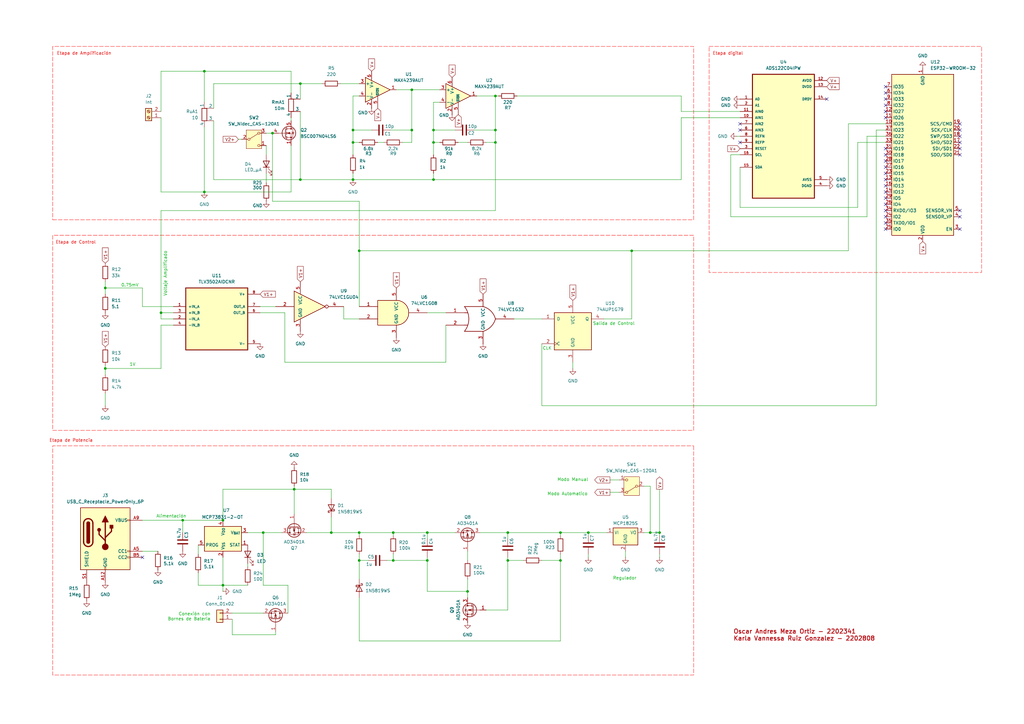
<source format=kicad_sch>
(kicad_sch (version 20250114) (generator "eeschema") (generator_version "9.0")
  (paper "A3")
  (title_block (title "Medidor de Corriente "))
  (lib_symbols
    (symbol "74xGxx:74AUP1G79" (pin_names (offset 1.016))
      (property "Reference" "U" (at -2.54 5.08 0))
      (property "Value" "74AUP1G79" (at 0 -5.08 0))
      (symbol "74AUP1G79_1_1"
        (pin input line (at -12.7 5.08 0) (length 5.08) (name "D") (number "1"))
        (pin input clock (at -12.7 -5.08 0) (length 5.08) (name "C") (number "2"))
        (pin power_in line (at 0 12.7 270) (length 5.08) (name "VCC") (number "5"))
        (pin power_in line (at 0 -12.7 90) (length 5.08) (name "GND") (number "3"))
        (pin output line (at 12.7 5.08 180) (length 5.08) (name "Q") (number "4"))
      )
    )
    (symbol "74xGxx:74LVC1G08"
      (property "Reference" "U" (at -5.08 7.62 0))
      (property "Value" "74LVC1G08" (at 7.62 -7.62 0))
      (symbol "74LVC1G08_1_1"
        (pin input line (at -15.24 2.54 0) (length 7.62) (name "~") (number "1"))
        (pin input line (at -15.24 -2.54 0) (length 7.62) (name "~") (number "2"))
        (pin power_in line (at 0 10.16 270) (length 5.08) (name "VCC") (number "5"))
        (pin power_in line (at 0 -10.16 90) (length 5.08) (name "GND") (number "3"))
        (pin output line (at 12.7 0 180) (length 7.62) (name "~") (number "4"))
      )
    )
    (symbol "74xGxx:74LVC1G32"
      (property "Reference" "U" (at -5.08 7.62 0))
      (property "Value" "74LVC1G32" (at 7.62 -7.62 0))
      (symbol "74LVC1G32_1_1"
        (pin input line (at -15.24 2.54 0) (length 7.62) (name "~") (number "1"))
        (pin input line (at -15.24 -2.54 0) (length 7.62) (name "~") (number "2"))
        (pin power_in line (at 0 10.16 270) (length 5.08) (name "VCC") (number "5"))
        (pin power_in line (at 0 -10.16 90) (length 5.08) (name "GND") (number "3"))
        (pin output line (at 12.7 0 180) (length 7.62) (name "~") (number "4"))
      )
    )
    (symbol "74xGxx:74LVC1GU04"
      (property "Reference" "U" (at -2.54 3.81 0))
      (property "Value" "74LVC1GU04" (at 0 -3.81 0))
      (symbol "74LVC1GU04_1_1"
        (pin input line (at -15.24 0 0) (length 7.62) (name "~") (number "2"))
        (pin power_in line (at -5.08 10.16 270) (length 5.08) (name "VCC") (number "5"))
        (pin power_in line (at -5.08 -10.16 90) (length 5.08) (name "GND") (number "3"))
        (pin output inverted (at 12.7 0 180) (length 7.62) (name "~") (number "4"))
      )
    )
    (symbol "ADS122C04IPW:ADS122C04IPW" (pin_names (offset 1.016))
      (property "Reference" "U" (at -12.7 26.4 0))
      (property "Value" "ADS122C04IPW" (at -12.7 -29.4 0))
      (symbol "ADS122C04IPW_0_0"
        (pin input line (at -17.78 15.24 0) (length 5.08) (name "A0") (number "1"))
        (pin input line (at -17.78 12.7 0) (length 5.08) (name "A1") (number "2"))
        (pin input line (at -17.78 10.16 0) (length 5.08) (name "AIN0") (number "11"))
        (pin input line (at -17.78 7.62 0) (length 5.08) (name "AIN1") (number "10"))
        (pin input line (at -17.78 5.08 0) (length 5.08) (name "AIN2") (number "7"))
        (pin input line (at -17.78 2.54 0) (length 5.08) (name "AIN3") (number "6"))
        (pin input line (at -17.78 0 0) (length 5.08) (name "REFN") (number "8"))
        (pin input line (at -17.78 -2.54 0) (length 5.08) (name "REFP") (number "9"))
        (pin input line (at -17.78 -5.08 0) (length 5.08) (name "RESET") (number "3"))
        (pin input line (at -17.78 -7.62 0) (length 5.08) (name "SCL") (number "16"))
        (pin bidirectional line (at -17.78 -12.7 0) (length 5.08) (name "SDA") (number "15"))
        (pin power_in line (at 17.78 22.86 180) (length 5.08) (name "AVDD") (number "12"))
        (pin power_in line (at 17.78 20.32 180) (length 5.08) (name "DVDD") (number "13"))
        (pin output line (at 17.78 15.24 180) (length 5.08) (name "DRDY") (number "14"))
        (pin power_in line (at 17.78 -17.78 180) (length 5.08) (name "AVSS") (number "5"))
        (pin power_in line (at 17.78 -20.32 180) (length 5.08) (name "DGND") (number "4"))
      )
    )
    (symbol "Amplifier_Operational:MAX4239AUT" (pin_names (offset 0.127))
      (property "Reference" "U" (at 0 6.35 0))
      (property "Value" "MAX4239AUT" (at 0 3.81 0))
      (symbol "MAX4239AUT_1_1"
        (pin input line (at -7.62 2.54 0) (length 2.54) (name "+") (number "3"))
        (pin input line (at -7.62 -2.54 0) (length 2.54) (name "-") (number "4"))
        (pin power_in line (at -2.54 7.62 270) (length 3.81) (name "V+") (number "6"))
        (pin power_in line (at -2.54 -7.62 90) (length 3.81) (name "V-") (number "2"))
        (pin input line (at 0 -7.62 90) (length 5.08) (name "~{SHDN}") (number "5"))
        (pin output line (at 7.62 0 180) (length 2.54) (name "~") (number "1"))
      )
    )
    (symbol "Battery_Management:MCP73831-2-OT"
      (property "Reference" "U" (at -7.62 6.35 0))
      (property "Value" "MCP73831-2-OT" (at 1.27 6.35 0))
      (symbol "MCP73831-2-OT_1_1"
        (pin input line (at -10.16 -2.54 0) (length 2.54) (name "PROG") (number "5"))
        (pin power_in line (at 0 7.62 270) (length 2.54) (name "V_{DD}") (number "4"))
        (pin power_in line (at 0 -7.62 90) (length 2.54) (name "V_{SS}") (number "2"))
        (pin power_out line (at 10.16 2.54 180) (length 2.54) (name "V_{BAT}") (number "3"))
        (pin tri_state line (at 10.16 -2.54 180) (length 2.54) (name "STAT") (number "1"))
      )
    )
    (symbol "Connector:Screw_Terminal_01x02" (pin_names (offset 1.016) (hide yes))
      (property "Reference" "J" (at 0 2.54 0))
      (property "Value" "Screw_Terminal_01x02" (at 0 -5.08 0))
      (symbol "Screw_Terminal_01x02_1_1"
        (pin passive line (at -5.08 0 0) (length 3.81) (name "Pin_1") (number "1"))
        (pin passive line (at -5.08 -2.54 0) (length 3.81) (name "Pin_2") (number "2"))
      )
    )
    (symbol "Connector:USB_C_Receptacle_PowerOnly_6P" (pin_names (offset 1.016))
      (property "Reference" "J" (at 0 16.51 0))
      (property "Value" "USB_C_Receptacle_PowerOnly_6P" (at 0 13.97 0))
      (symbol "USB_C_Receptacle_PowerOnly_6P_1_1"
        (pin passive line (at -7.62 -17.78 90) (length 5.08) (name "SHIELD") (number "S1"))
        (pin passive line (at 0 -17.78 90) (length 5.08) (name "GND") (number "A12"))
        (pin passive line (at 0 -17.78 90) (length 5.08) (hide yes) (name "GND") (number "B12"))
        (pin passive line (at 15.24 7.62 180) (length 5.08) (name "VBUS") (number "A9"))
        (pin passive line (at 15.24 7.62 180) (length 5.08) (hide yes) (name "VBUS") (number "B9"))
        (pin bidirectional line (at 15.24 -5.08 180) (length 5.08) (name "CC1") (number "A5"))
        (pin bidirectional line (at 15.24 -7.62 180) (length 5.08) (name "CC2") (number "B5"))
      )
    )
    (symbol "Connector_Generic:Conn_01x02" (pin_names (offset 1.016) (hide yes))
      (property "Reference" "J" (at 0 2.54 0))
      (property "Value" "Conn_01x02" (at 0 -5.08 0))
      (symbol "Conn_01x02_1_1"
        (pin passive line (at -5.08 0 0) (length 3.81) (name "Pin_1") (number "1"))
        (pin passive line (at -5.08 -2.54 0) (length 3.81) (name "Pin_2") (number "2"))
      )
    )
    (symbol "Device:C" (pin_numbers (hide yes)) (pin_names (offset 0.254))
      (property "Reference" "C" (at 0.635 2.54 0))
      (property "Value" "C" (at 0.635 -2.54 0))
      (symbol "C_1_1"
        (pin passive line (at 0 3.81 270) (length 2.794) (name "~") (number "1"))
        (pin passive line (at 0 -3.81 90) (length 2.794) (name "~") (number "2"))
      )
    )
    (symbol "Device:LED" (pin_numbers (hide yes)) (pin_names (offset 1.016) (hide yes))
      (property "Reference" "D" (at 0 2.54 0))
      (property "Value" "LED" (at 0 -2.54 0))
      (symbol "LED_1_1"
        (pin passive line (at -3.81 0 0) (length 2.54) (name "K") (number "1"))
        (pin passive line (at 3.81 0 180) (length 2.54) (name "A") (number "2"))
      )
    )
    (symbol "Device:R" (pin_numbers (hide yes)) (pin_names (offset 0))
      (property "Reference" "R" (at 2.032 0 90))
      (property "Value" "R" (at 0 0 90))
      (symbol "R_1_1"
        (pin passive line (at 0 3.81 270) (length 1.27) (name "~") (number "1"))
        (pin passive line (at 0 -3.81 90) (length 1.27) (name "~") (number "2"))
      )
    )
    (symbol "Device:R_Shunt" (pin_numbers (hide yes)) (pin_names (offset 0))
      (property "Reference" "R" (at -4.445 0 90))
      (property "Value" "R_Shunt" (at -2.54 0 90))
      (symbol "R_Shunt_1_1"
        (pin passive line (at 0 5.08 270) (length 2.54) (name "1") (number "1"))
        (pin passive line (at 0 -5.08 90) (length 2.54) (name "4") (number "4"))
        (pin passive line (at 3.81 2.54 180) (length 2.54) (name "2") (number "2"))
        (pin passive line (at 3.81 -2.54 180) (length 2.54) (name "3") (number "3"))
      )
    )
    (symbol "Diode:1N5819WS" (pin_numbers (hide yes)) (pin_names (offset 1.016) (hide yes))
      (property "Reference" "D" (at 0 2.54 0))
      (property "Value" "1N5819WS" (at 0 -2.54 0))
      (symbol "1N5819WS_1_1"
        (pin passive line (at -3.81 0 0) (length 2.54) (name "K") (number "1"))
        (pin passive line (at 3.81 0 180) (length 2.54) (name "A") (number "2"))
      )
    )
    (symbol "RF_Module:ESP32-WROOM-32"
      (property "Reference" "U" (at -12.7 34.29 0))
      (property "Value" "ESP32-WROOM-32" (at 1.27 34.29 0))
      (symbol "ESP32-WROOM-32_1_1"
        (pin input line (at -15.24 30.48 0) (length 2.54) (name "EN") (number "3"))
        (pin input line (at -15.24 25.4 0) (length 2.54) (name "SENSOR_VP") (number "4"))
        (pin input line (at -15.24 22.86 0) (length 2.54) (name "SENSOR_VN") (number "5"))
        (pin bidirectional line (at -15.24 0 0) (length 2.54) (name "SDO/SD0") (number "21"))
        (pin bidirectional line (at -15.24 -2.54 0) (length 2.54) (name "SDI/SD1") (number "22"))
        (pin bidirectional line (at -15.24 -5.08 0) (length 2.54) (name "SHD/SD2") (number "17"))
        (pin bidirectional line (at -15.24 -7.62 0) (length 2.54) (name "SWP/SD3") (number "18"))
        (pin bidirectional line (at -15.24 -10.16 0) (length 2.54) (name "SCK/CLK") (number "20"))
        (pin bidirectional line (at -15.24 -12.7 0) (length 2.54) (name "SCS/CMD") (number "19"))
        (pin no_connect line (at -12.7 -27.94 0) (length 2.54) (hide yes) (name "NC") (number "32"))
        (pin power_in line (at 0 35.56 270) (length 2.54) (name "VDD") (number "2"))
        (pin power_in line (at 0 -35.56 90) (length 2.54) (name "GND") (number "1"))
        (pin passive line (at 0 -35.56 90) (length 2.54) (hide yes) (name "GND") (number "15"))
        (pin passive line (at 0 -35.56 90) (length 2.54) (hide yes) (name "GND") (number "38"))
        (pin passive line (at 0 -35.56 90) (length 2.54) (hide yes) (name "GND") (number "39"))
        (pin bidirectional line (at 15.24 30.48 180) (length 2.54) (name "IO0") (number "25"))
        (pin bidirectional line (at 15.24 27.94 180) (length 2.54) (name "TXD0/IO1") (number "35"))
        (pin bidirectional line (at 15.24 25.4 180) (length 2.54) (name "IO2") (number "24"))
        (pin bidirectional line (at 15.24 22.86 180) (length 2.54) (name "RXD0/IO3") (number "34"))
        (pin bidirectional line (at 15.24 20.32 180) (length 2.54) (name "IO4") (number "26"))
        (pin bidirectional line (at 15.24 17.78 180) (length 2.54) (name "IO5") (number "29"))
        (pin bidirectional line (at 15.24 15.24 180) (length 2.54) (name "IO12") (number "14"))
        (pin bidirectional line (at 15.24 12.7 180) (length 2.54) (name "IO13") (number "16"))
        (pin bidirectional line (at 15.24 10.16 180) (length 2.54) (name "IO14") (number "13"))
        (pin bidirectional line (at 15.24 7.62 180) (length 2.54) (name "IO15") (number "23"))
        (pin bidirectional line (at 15.24 5.08 180) (length 2.54) (name "IO16") (number "27"))
        (pin bidirectional line (at 15.24 2.54 180) (length 2.54) (name "IO17") (number "28"))
        (pin bidirectional line (at 15.24 0 180) (length 2.54) (name "IO18") (number "30"))
        (pin bidirectional line (at 15.24 -2.54 180) (length 2.54) (name "IO19") (number "31"))
        (pin bidirectional line (at 15.24 -5.08 180) (length 2.54) (name "IO21") (number "33"))
        (pin bidirectional line (at 15.24 -7.62 180) (length 2.54) (name "IO22") (number "36"))
        (pin bidirectional line (at 15.24 -10.16 180) (length 2.54) (name "IO23") (number "37"))
        (pin bidirectional line (at 15.24 -12.7 180) (length 2.54) (name "IO25") (number "10"))
        (pin bidirectional line (at 15.24 -15.24 180) (length 2.54) (name "IO26") (number "11"))
        (pin bidirectional line (at 15.24 -17.78 180) (length 2.54) (name "IO27") (number "12"))
        (pin bidirectional line (at 15.24 -20.32 180) (length 2.54) (name "IO32") (number "8"))
        (pin bidirectional line (at 15.24 -22.86 180) (length 2.54) (name "IO33") (number "9"))
        (pin input line (at 15.24 -25.4 180) (length 2.54) (name "IO34") (number "6"))
        (pin input line (at 15.24 -27.94 180) (length 2.54) (name "IO35") (number "7"))
      )
    )
    (symbol "Regulator_Linear:MCP1825S"
      (property "Reference" "U" (at -3.81 3.175 0))
      (property "Value" "MCP1825S" (at 0 3.175 0))
      (symbol "MCP1825S_1_1"
        (pin power_in line (at -7.62 0 0) (length 2.54) (name "VI") (number "1"))
        (pin power_in line (at 0 -7.62 90) (length 2.54) (name "GND") (number "2"))
        (pin power_out line (at 7.62 0 180) (length 2.54) (name "VO") (number "3"))
      )
    )
    (symbol "Switch:SW_Nidec_CAS-120A1" (pin_names (offset 1) (hide yes))
      (property "Reference" "SW" (at 0 4.318 0))
      (property "Value" "SW_Nidec_CAS-120A1" (at 0 -5.08 0))
      (symbol "SW_Nidec_CAS-120A1_1_1"
        (pin passive line (at -5.08 0 0) (length 2.54) (name "B") (number "2"))
        (pin passive line (at 5.08 2.54 180) (length 2.54) (name "A") (number "3"))
        (pin passive line (at 5.08 -2.54 180) (length 2.54) (name "C") (number "1"))
      )
    )
    (symbol "TLV3502AIDCNR:TLV3502AIDCNR" (pin_names (offset 1.016))
      (property "Reference" "U" (at -12.7 13.7 0))
      (property "Value" "TLV3502AIDCNR" (at -12.7 -16.7 0))
      (symbol "TLV3502AIDCNR_0_0"
        (pin input line (at -17.78 5.08 0) (length 5.08) (name "+IN_A") (number "1"))
        (pin input line (at -17.78 2.54 0) (length 5.08) (name "+IN_B") (number "3"))
        (pin input line (at -17.78 0 0) (length 5.08) (name "-IN_A") (number "2"))
        (pin input line (at -17.78 -2.54 0) (length 5.08) (name "-IN_B") (number "4"))
        (pin power_in line (at 17.78 10.16 180) (length 5.08) (name "V+") (number "8"))
        (pin output line (at 17.78 5.08 180) (length 5.08) (name "OUT_A") (number "7"))
        (pin output line (at 17.78 2.54 180) (length 5.08) (name "OUT_B") (number "6"))
        (pin power_in line (at 17.78 -10.16 180) (length 5.08) (name "V-") (number "5"))
      )
    )
    (symbol "Transistor_FET:AO3401A" (pin_names (hide yes))
      (property "Reference" "Q" (at 5.08 1.905 0))
      (property "Value" "AO3401A" (at 5.08 0 0))
      (symbol "AO3401A_1_1"
        (pin input line (at -5.08 0 0) (length 2.54) (name "G") (number "1"))
        (pin passive line (at 2.54 5.08 270) (length 2.54) (name "D") (number "3"))
        (pin passive line (at 2.54 -5.08 90) (length 2.54) (name "S") (number "2"))
      )
    )
    (symbol "Transistor_FET:BSC026N08NS5" (pin_names (hide yes))
      (property "Reference" "Q" (at 5.08 1.905 0))
      (property "Value" "BSC026N08NS5" (at 5.08 0 0))
      (symbol "BSC026N08NS5_1_1"
        (pin passive line (at -5.08 0 0) (length 2.54) (name "G") (number "4"))
        (pin passive line (at 2.54 5.08 270) (length 2.54) (name "D") (number "5"))
        (pin passive line (at 2.54 -5.08 90) (length 2.54) (name "S") (number "1"))
        (pin passive line (at 2.54 -5.08 90) (length 2.54) (hide yes) (name "S") (number "2"))
        (pin passive line (at 2.54 -5.08 90) (length 2.54) (hide yes) (name "S") (number "3"))
      )
    )
    (symbol "power:GND" (power) (pin_numbers (hide yes)) (pin_names (offset 0) (hide yes))
      (property "Value" "GND" (at 0 -3.81 0))
      (symbol "GND_1_1"
        (pin power_in line (at 0 0 270) (length 0) (name "~") (number "1"))
      )
    )
  )
  (text "Regulador\n" (at 261.112 237.236 0) (effects (font (size 1.27 1.27)) (justify right)))
  (text "0.75mV" (at 56.896 117.094 0) (effects (font (size 1.27 1.27)) (justify right)))
  (text "1V" (at 55.626 149.606 0) (effects (font (size 1.27 1.27)) (justify right)))
  (text "Salida de Control\n" (at 260.35 132.842 0) (effects (font (size 1.27 1.27)) (justify right)))
  (text "Alimentación\n" (at 76.454 211.836 0) (effects (font (size 1.27 1.27)) (justify right)))
  (text "Modo Manual" (at 241.3 196.85 0) (effects (font (size 1.27 1.27)) (justify right)))
  (text "Oscar Andres Meza Ortiz - 2202341\nKarla Vannessa Ruiz Gonzalez - 2202808" (at 300.736 260.604 0) (effects (font (size 1.778 1.778) (thickness 0.3048) (bold yes)) (justify left)))
  (text "Modo Automatico" (at 241.046 202.692 0) (effects (font (size 1.27 1.27)) (justify right)))
  (text "Conexión con\nBornes de Bateria" (at 86.36 252.984 0) (effects (font (size 1.27 1.27)) (justify right)))
  (text "Voltaje Amplificado" (at 67.818 121.666 90) (effects (font (size 1.27 1.27)) (justify left)))
  (text "CLK" (at 226.314 143.002 0) (effects (font (size 1.27 1.27)) (justify right)))
  (junction (at 161.29 218.44))
  (junction (at 144.78 73.66))
  (junction (at 175.26 218.44))
  (junction (at 203.2 39.37))
  (junction (at 177.8 58.42))
  (junction (at 175.26 229.87))
  (junction (at 161.29 229.87))
  (junction (at 135.89 218.44))
  (junction (at 74.93 213.36))
  (junction (at 203.2 58.42))
  (junction (at 123.19 73.66))
  (junction (at 147.32 229.87))
  (junction (at 66.04 128.27))
  (junction (at 147.32 218.44))
  (junction (at 91.44 240.03))
  (junction (at 147.32 102.87))
  (junction (at 168.91 36.83))
  (junction (at 144.78 53.34))
  (junction (at 177.8 73.66))
  (junction (at 229.87 218.44))
  (junction (at 107.95 218.44))
  (junction (at 241.3 218.44))
  (junction (at 83.82 29.21))
  (junction (at 43.18 118.11))
  (junction (at 203.2 53.34))
  (junction (at 111.76 54.61))
  (junction (at 144.78 58.42))
  (junction (at 43.18 151.13))
  (junction (at 259.08 102.87))
  (junction (at 270.51 218.44))
  (junction (at 229.87 229.87))
  (junction (at 91.44 213.36))
  (junction (at 208.28 218.44))
  (junction (at 123.19 34.29))
  (junction (at 177.8 53.34))
  (junction (at 120.65 200.66))
  (junction (at 83.82 78.74))
  (junction (at 168.91 53.34))
  (junction (at 191.77 242.57))
  (junction (at 266.7 218.44))
  (junction (at 208.28 229.87))
  (no_connect (at 363.22 40.64))
  (no_connect (at 363.22 91.44))
  (no_connect (at 393.7 93.98))
  (no_connect (at 393.7 53.34))
  (no_connect (at 393.7 60.96))
  (no_connect (at 393.7 63.5))
  (no_connect (at 363.22 81.28))
  (no_connect (at 393.7 58.42))
  (no_connect (at 363.22 78.74))
  (no_connect (at 393.7 88.9))
  (no_connect (at 363.22 45.72))
  (no_connect (at 393.7 50.8))
  (no_connect (at 363.22 83.82))
  (no_connect (at 363.22 88.9))
  (no_connect (at 363.22 38.1))
  (no_connect (at 363.22 86.36))
  (no_connect (at 363.22 66.04))
  (no_connect (at 303.53 58.42))
  (no_connect (at 393.7 86.36))
  (no_connect (at 303.53 53.34))
  (no_connect (at 393.7 55.88))
  (no_connect (at 363.22 43.18))
  (no_connect (at 363.22 68.58))
  (no_connect (at 363.22 60.96))
  (no_connect (at 363.22 35.56))
  (no_connect (at 339.09 40.64))
  (no_connect (at 363.22 63.5))
  (no_connect (at 363.22 76.2))
  (no_connect (at 363.22 93.98))
  (no_connect (at 58.42 228.6))
  (no_connect (at 363.22 48.26))
  (no_connect (at 303.53 50.8))
  (no_connect (at 363.22 73.66))
  (no_connect (at 363.22 71.12))
  (wire (pts (xy 259.08 102.87) (xy 259.08 130.81)))
  (wire (pts (xy 87.63 44.45) (xy 87.63 34.29)))
  (wire (pts (xy 270.51 228.6) (xy 270.51 227.33)))
  (wire (pts (xy 91.44 200.66) (xy 91.44 213.36)))
  (wire (pts (xy 147.32 227.33) (xy 147.32 229.87)))
  (wire (pts (xy 351.79 58.42) (xy 363.22 58.42)))
  (wire (pts (xy 91.44 200.66) (xy 120.65 200.66)))
  (wire (pts (xy 264.16 199.39) (xy 266.7 199.39)))
  (wire (pts (xy 113.03 260.35) (xy 113.03 259.08)))
  (wire (pts (xy 210.82 130.81) (xy 222.25 130.81)))
  (wire (pts (xy 199.39 58.42) (xy 203.2 58.42)))
  (wire (pts (xy 161.29 218.44) (xy 175.26 218.44)))
  (wire (pts (xy 222.25 140.97) (xy 222.25 166.37)))
  (wire (pts (xy 66.04 151.13) (xy 43.18 151.13)))
  (wire (pts (xy 66.04 29.21) (xy 83.82 29.21)))
  (wire (pts (xy 254 201.93) (xy 250.19 201.93)))
  (wire (pts (xy 175.26 229.87) (xy 175.26 228.6)))
  (wire (pts (xy 203.2 58.42) (xy 203.2 86.36)))
  (wire (pts (xy 66.04 48.26) (xy 66.04 78.74)))
  (wire (pts (xy 250.19 196.85) (xy 254 196.85)))
  (wire (pts (xy 118.11 240.03) (xy 107.95 240.03)))
  (wire (pts (xy 87.63 49.53) (xy 87.63 73.66)))
  (wire (pts (xy 355.6 55.88) (xy 363.22 55.88)))
  (wire (pts (xy 234.95 148.59) (xy 234.95 151.13)))
  (wire (pts (xy 158.75 229.87) (xy 161.29 229.87)))
  (wire (pts (xy 109.22 71.12) (xy 109.22 74.93)))
  (wire (pts (xy 208.28 250.19) (xy 208.28 229.87)))
  (wire (pts (xy 194.31 53.34) (xy 203.2 53.34)))
  (wire (pts (xy 91.44 228.6) (xy 91.44 240.03)))
  (wire (pts (xy 101.6 231.14) (xy 101.6 232.41)))
  (wire (pts (xy 95.25 251.46) (xy 107.95 251.46)))
  (wire (pts (xy 302.26 55.88) (xy 303.53 55.88)))
  (wire (pts (xy 135.89 218.44) (xy 135.89 212.09)))
  (wire (pts (xy 135.89 218.44) (xy 147.32 218.44)))
  (wire (pts (xy 241.3 227.33) (xy 241.3 228.6)))
  (wire (pts (xy 87.63 73.66) (xy 123.19 73.66)))
  (wire (pts (xy 177.8 53.34) (xy 177.8 58.42)))
  (wire (pts (xy 111.76 82.55) (xy 147.32 82.55)))
  (wire (pts (xy 43.18 149.86) (xy 43.18 151.13)))
  (wire (pts (xy 299.72 88.9) (xy 355.6 88.9)))
  (wire (pts (xy 229.87 229.87) (xy 229.87 262.89)))
  (wire (pts (xy 119.38 29.21) (xy 119.38 38.1)))
  (wire (pts (xy 161.29 219.71) (xy 161.29 218.44)))
  (wire (pts (xy 43.18 118.11) (xy 43.18 120.65)))
  (wire (pts (xy 81.28 234.95) (xy 81.28 240.03)))
  (wire (pts (xy 147.32 219.71) (xy 147.32 218.44)))
  (wire (pts (xy 66.04 86.36) (xy 203.2 86.36)))
  (wire (pts (xy 83.82 29.21) (xy 83.82 41.91)))
  (wire (pts (xy 279.4 39.37) (xy 212.09 39.37)))
  (wire (pts (xy 351.79 85.09) (xy 351.79 58.42)))
  (wire (pts (xy 147.32 245.11) (xy 147.32 262.89)))
  (wire (pts (xy 91.44 240.03) (xy 101.6 240.03)))
  (wire (pts (xy 175.26 128.27) (xy 182.88 128.27)))
  (wire (pts (xy 229.87 219.71) (xy 229.87 218.44)))
  (wire (pts (xy 116.84 128.27) (xy 116.84 148.59)))
  (wire (pts (xy 144.78 58.42) (xy 147.32 58.42)))
  (wire (pts (xy 109.22 59.69) (xy 109.22 63.5)))
  (wire (pts (xy 175.26 229.87) (xy 175.26 242.57)))
  (wire (pts (xy 91.44 242.57) (xy 91.44 240.03)))
  (wire (pts (xy 140.97 130.81) (xy 147.32 130.81)))
  (wire (pts (xy 229.87 227.33) (xy 229.87 229.87)))
  (wire (pts (xy 99.06 57.15) (xy 97.79 57.15)))
  (wire (pts (xy 359.41 53.34) (xy 363.22 53.34)))
  (wire (pts (xy 116.84 148.59) (xy 182.88 148.59)))
  (wire (pts (xy 144.78 73.66) (xy 177.8 73.66)))
  (wire (pts (xy 147.32 102.87) (xy 147.32 125.73)))
  (wire (pts (xy 203.2 53.34) (xy 203.2 58.42)))
  (wire (pts (xy 109.22 54.61) (xy 111.76 54.61)))
  (wire (pts (xy 195.58 39.37) (xy 203.2 39.37)))
  (wire (pts (xy 161.29 227.33) (xy 161.29 229.87)))
  (wire (pts (xy 95.25 254) (xy 95.25 260.35)))
  (wire (pts (xy 196.85 218.44) (xy 208.28 218.44)))
  (wire (pts (xy 168.91 36.83) (xy 180.34 36.83)))
  (wire (pts (xy 43.18 118.11) (xy 58.42 118.11)))
  (wire (pts (xy 139.7 34.29) (xy 147.32 34.29)))
  (wire (pts (xy 347.98 50.8) (xy 363.22 50.8)))
  (wire (pts (xy 107.95 218.44) (xy 115.57 218.44)))
  (wire (pts (xy 160.02 53.34) (xy 168.91 53.34)))
  (wire (pts (xy 144.78 53.34) (xy 152.4 53.34)))
  (wire (pts (xy 74.93 213.36) (xy 91.44 213.36)))
  (wire (pts (xy 191.77 242.57) (xy 191.77 245.11)))
  (wire (pts (xy 119.38 48.26) (xy 119.38 49.53)))
  (wire (pts (xy 120.65 199.39) (xy 120.65 200.66)))
  (wire (pts (xy 187.96 58.42) (xy 191.77 58.42)))
  (wire (pts (xy 241.3 218.44) (xy 248.92 218.44)))
  (wire (pts (xy 203.2 39.37) (xy 203.2 53.34)))
  (wire (pts (xy 81.28 240.03) (xy 91.44 240.03)))
  (wire (pts (xy 43.18 115.57) (xy 43.18 118.11)))
  (wire (pts (xy 355.6 88.9) (xy 355.6 55.88)))
  (wire (pts (xy 66.04 86.36) (xy 66.04 128.27)))
  (wire (pts (xy 347.98 102.87) (xy 347.98 50.8)))
  (wire (pts (xy 168.91 36.83) (xy 168.91 53.34)))
  (wire (pts (xy 66.04 78.74) (xy 83.82 78.74)))
  (wire (pts (xy 87.63 34.29) (xy 123.19 34.29)))
  (wire (pts (xy 303.53 68.58) (xy 303.53 85.09)))
  (wire (pts (xy 208.28 218.44) (xy 229.87 218.44)))
  (wire (pts (xy 162.56 36.83) (xy 168.91 36.83)))
  (wire (pts (xy 147.32 39.37) (xy 144.78 39.37)))
  (wire (pts (xy 299.72 63.5) (xy 299.72 88.9)))
  (wire (pts (xy 266.7 199.39) (xy 266.7 218.44)))
  (wire (pts (xy 177.8 71.12) (xy 177.8 73.66)))
  (wire (pts (xy 123.19 34.29) (xy 123.19 40.64)))
  (wire (pts (xy 147.32 229.87) (xy 147.32 237.49)))
  (wire (pts (xy 175.26 242.57) (xy 191.77 242.57)))
  (wire (pts (xy 259.08 102.87) (xy 347.98 102.87)))
  (wire (pts (xy 154.94 58.42) (xy 157.48 58.42)))
  (wire (pts (xy 83.82 78.74) (xy 119.38 78.74)))
  (wire (pts (xy 123.19 34.29) (xy 132.08 34.29)))
  (wire (pts (xy 58.42 213.36) (xy 74.93 213.36)))
  (wire (pts (xy 58.42 125.73) (xy 58.42 118.11)))
  (wire (pts (xy 191.77 237.49) (xy 191.77 242.57)))
  (wire (pts (xy 182.88 133.35) (xy 182.88 148.59)))
  (wire (pts (xy 177.8 58.42) (xy 177.8 63.5)))
  (wire (pts (xy 144.78 58.42) (xy 144.78 63.5)))
  (wire (pts (xy 359.41 166.37) (xy 359.41 53.34)))
  (wire (pts (xy 279.4 45.72) (xy 279.4 39.37)))
  (wire (pts (xy 106.68 128.27) (xy 116.84 128.27)))
  (wire (pts (xy 71.12 125.73) (xy 58.42 125.73)))
  (wire (pts (xy 66.04 128.27) (xy 71.12 128.27)))
  (wire (pts (xy 120.65 210.82) (xy 120.65 200.66)))
  (wire (pts (xy 106.68 125.73) (xy 113.03 125.73)))
  (wire (pts (xy 270.51 200.66) (xy 270.51 218.44)))
  (wire (pts (xy 177.8 41.91) (xy 177.8 53.34)))
  (wire (pts (xy 279.4 45.72) (xy 303.53 45.72)))
  (wire (pts (xy 303.53 63.5) (xy 299.72 63.5)))
  (wire (pts (xy 177.8 53.34) (xy 186.69 53.34)))
  (wire (pts (xy 119.38 59.69) (xy 119.38 78.74)))
  (wire (pts (xy 208.28 220.98) (xy 208.28 218.44)))
  (wire (pts (xy 147.32 82.55) (xy 147.32 102.87)))
  (wire (pts (xy 123.19 45.72) (xy 123.19 73.66)))
  (wire (pts (xy 222.25 229.87) (xy 229.87 229.87)))
  (wire (pts (xy 203.2 39.37) (xy 204.47 39.37)))
  (wire (pts (xy 180.34 41.91) (xy 177.8 41.91)))
  (wire (pts (xy 71.12 130.81) (xy 66.04 130.81)))
  (wire (pts (xy 81.28 227.33) (xy 81.28 223.52)))
  (wire (pts (xy 95.25 260.35) (xy 113.03 260.35)))
  (wire (pts (xy 66.04 29.21) (xy 66.04 45.72)))
  (wire (pts (xy 151.13 229.87) (xy 147.32 229.87)))
  (wire (pts (xy 264.16 218.44) (xy 266.7 218.44)))
  (wire (pts (xy 168.91 53.34) (xy 168.91 58.42)))
  (wire (pts (xy 266.7 218.44) (xy 270.51 218.44)))
  (wire (pts (xy 120.65 200.66) (xy 135.89 200.66)))
  (wire (pts (xy 199.39 250.19) (xy 208.28 250.19)))
  (wire (pts (xy 123.19 73.66) (xy 144.78 73.66)))
  (wire (pts (xy 241.3 219.71) (xy 241.3 218.44)))
  (wire (pts (xy 144.78 71.12) (xy 144.78 73.66)))
  (wire (pts (xy 83.82 52.07) (xy 83.82 78.74)))
  (wire (pts (xy 140.97 125.73) (xy 140.97 130.81)))
  (wire (pts (xy 177.8 58.42) (xy 180.34 58.42)))
  (wire (pts (xy 222.25 166.37) (xy 359.41 166.37)))
  (wire (pts (xy 161.29 229.87) (xy 175.26 229.87)))
  (wire (pts (xy 111.76 54.61) (xy 111.76 82.55)))
  (wire (pts (xy 247.65 130.81) (xy 259.08 130.81)))
  (wire (pts (xy 83.82 29.21) (xy 119.38 29.21)))
  (wire (pts (xy 270.51 219.71) (xy 270.51 218.44)))
  (wire (pts (xy 135.89 200.66) (xy 135.89 204.47)))
  (wire (pts (xy 229.87 218.44) (xy 241.3 218.44)))
  (wire (pts (xy 165.1 58.42) (xy 168.91 58.42)))
  (wire (pts (xy 229.87 262.89) (xy 147.32 262.89)))
  (wire (pts (xy 144.78 53.34) (xy 144.78 58.42)))
  (wire (pts (xy 71.12 133.35) (xy 66.04 133.35)))
  (wire (pts (xy 66.04 128.27) (xy 66.04 130.81)))
  (wire (pts (xy 147.32 102.87) (xy 259.08 102.87)))
  (wire (pts (xy 303.53 85.09) (xy 351.79 85.09)))
  (wire (pts (xy 43.18 166.37) (xy 43.18 161.29)))
  (wire (pts (xy 147.32 218.44) (xy 161.29 218.44)))
  (wire (pts (xy 107.95 240.03) (xy 107.95 218.44)))
  (wire (pts (xy 118.11 251.46) (xy 118.11 240.03)))
  (wire (pts (xy 101.6 218.44) (xy 107.95 218.44)))
  (wire (pts (xy 208.28 229.87) (xy 208.28 228.6)))
  (wire (pts (xy 43.18 151.13) (xy 43.18 153.67)))
  (wire (pts (xy 144.78 39.37) (xy 144.78 53.34)))
  (wire (pts (xy 279.4 48.26) (xy 303.53 48.26)))
  (wire (pts (xy 175.26 218.44) (xy 186.69 218.44)))
  (wire (pts (xy 125.73 218.44) (xy 135.89 218.44)))
  (wire (pts (xy 58.42 226.06) (xy 64.77 226.06)))
  (wire (pts (xy 208.28 229.87) (xy 214.63 229.87)))
  (wire (pts (xy 66.04 133.35) (xy 66.04 151.13)))
  (wire (pts (xy 191.77 226.06) (xy 191.77 229.87)))
  (wire (pts (xy 177.8 73.66) (xy 279.4 73.66)))
  (wire (pts (xy 74.93 218.44) (xy 74.93 213.36)))
  (wire (pts (xy 175.26 220.98) (xy 175.26 218.44)))
  (wire (pts (xy 279.4 73.66) (xy 279.4 48.26)))
  (wire (pts (xy 256.54 228.6) (xy 256.54 226.06)))
  (label "Etapa de Control" (at 39.37 100.33 180))
  (label "Etapa de Amplificación" (at 45.72 22.86 180))
  (label "Etapa digital" (at 304.8 22.86 180))
  (label "Etapa de Potencia" (at 38.1 181.61 180))
  (global_label "V1+" (shape input) (at 43.18 107.95 90) (property "Intersheetrefs" "${INTERSHEET_REFS}" (effects (hide yes))))
  (global_label "V+" (shape input) (at 303.53 60.96 180) (property "Intersheetrefs" "${INTERSHEET_REFS}" (effects (hide yes))))
  (global_label "V1+" (shape input) (at 198.12 120.65 90) (property "Intersheetrefs" "${INTERSHEET_REFS}" (effects (hide yes))))
  (global_label "V+" (shape input) (at 187.96 46.99 270) (property "Intersheetrefs" "${INTERSHEET_REFS}" (effects (hide yes))))
  (global_label "V1+" (shape input) (at 106.68 120.65 0) (property "Intersheetrefs" "${INTERSHEET_REFS}" (effects (hide yes))))
  (global_label "V+" (shape output) (at 270.51 200.66 90) (property "Intersheetrefs" "${INTERSHEET_REFS}" (effects (hide yes))))
  (global_label "V1+" (shape input) (at 162.56 118.11 90) (property "Intersheetrefs" "${INTERSHEET_REFS}" (effects (hide yes))))
  (global_label "V+" (shape input) (at 378.46 99.06 270) (property "Intersheetrefs" "${INTERSHEET_REFS}" (effects (hide yes))))
  (global_label "V+" (shape input) (at 339.09 35.56 0) (property "Intersheetrefs" "${INTERSHEET_REFS}" (effects (hide yes))))
  (global_label "V+" (shape input) (at 185.42 31.75 90) (property "Intersheetrefs" "${INTERSHEET_REFS}" (effects (hide yes))))
  (global_label "V2+" (shape output) (at 250.19 196.85 180) (property "Intersheetrefs" "${INTERSHEET_REFS}" (effects (hide yes))))
  (global_label "V+" (shape input) (at 154.94 44.45 270) (property "Intersheetrefs" "${INTERSHEET_REFS}" (effects (hide yes))))
  (global_label "V+" (shape input) (at 339.09 33.02 0) (property "Intersheetrefs" "${INTERSHEET_REFS}" (effects (hide yes))))
  (global_label "V1+" (shape input) (at 43.18 142.24 90) (property "Intersheetrefs" "${INTERSHEET_REFS}" (effects (hide yes))))
  (global_label "V1+" (shape output) (at 250.19 201.93 180) (property "Intersheetrefs" "${INTERSHEET_REFS}" (effects (hide yes))))
  (global_label "V1+" (shape input) (at 123.19 115.57 90) (property "Intersheetrefs" "${INTERSHEET_REFS}" (effects (hide yes))))
  (global_label "V+" (shape input) (at 152.4 29.21 90) (property "Intersheetrefs" "${INTERSHEET_REFS}" (effects (hide yes))))
  (global_label "V2+" (shape input) (at 97.79 57.15 180) (property "Intersheetrefs" "${INTERSHEET_REFS}" (effects (hide yes))))
  (global_label "V1+" (shape input) (at 234.95 123.19 90) (property "Intersheetrefs" "${INTERSHEET_REFS}" (effects (hide yes))))
  (rule_area (polyline (pts (xy 284.48 182.88) (xy 284.48 276.86) (xy 21.59 276.86) (xy 21.59 182.88)) (stroke (width 0) (type dash))))
  (rule_area (polyline (pts (xy 21.59 90.17) (xy 284.48 90.17) (xy 284.48 19.05) (xy 21.59 19.05)) (stroke (width 0) (type dash))))
  (rule_area (polyline (pts (xy 21.59 176.53) (xy 284.48 176.53) (xy 284.48 96.52) (xy 21.59 96.52)) (stroke (width 0) (type dash))))
  (rule_area (polyline (pts (xy 290.83 19.05) (xy 402.59 19.05) (xy 402.59 111.76) (xy 290.83 111.76)) (stroke (width 0) (type dash))))
  (symbol (lib_id "Device:C") (at 74.93 222.25 180) (unit 1)
    (property "Reference" "C3" (at 76.454 219.456 90))
    (property "Value" "4.7u" (at 73.406 218.694 90))
    (property "Footprint" "Capacitor_SMD:C_0201_0603Metric" (effects (hide yes)))
    (property "Description" "Unpolarized capacitor" (effects (hide yes)))
  )
  (symbol (lib_id "Device:C") (at 241.3 223.52 180) (unit 1)
    (property "Reference" "C7" (at 242.824 220.726 90))
    (property "Value" "1u" (at 239.776 219.964 90))
    (property "Footprint" "Capacitor_SMD:C_0201_0603Metric" (effects (hide yes)))
    (property "Description" "Unpolarized capacitor" (effects (hide yes)))
  )
  (symbol (lib_id "Device:R") (at 43.18 124.46 0) (unit 1)
    (property "Reference" "R11" (at 45.72 123.1899 0) (effects (justify left)))
    (property "Value" "5.1" (at 45.72 125.7299 0) (effects (justify left)))
    (property "Footprint" "Resistor_SMD:R_1206_3216Metric" (effects (hide yes)))
    (property "Description" "Resistor" (effects (hide yes)))
  )
  (symbol (lib_id "Device:R") (at 35.56 242.57 0) (unit 1)
    (property "Reference" "R15" (at 28.194 241.3 0) (effects (justify left)))
    (property "Value" "1Meg" (at 28.194 243.84 0) (effects (justify left)))
    (property "Footprint" "Resistor_SMD:R_1206_3216Metric" (effects (hide yes)))
    (property "Description" "Resistor" (effects (hide yes)))
  )
  (symbol (lib_id "Amplifier_Operational:MAX4239AUT") (at 154.94 36.83 0) (unit 1)
    (property "Reference" "U1" (at 167.64 30.4098 0))
    (property "Value" "MAX4239AUT" (at 167.64 32.9498 0))
    (property "Footprint" "Package_TO_SOT_SMD:SOT-23-6" (effects (hide yes)))
    (property "Datasheet" "http://datasheets.maximintegrated.com/en/ds/MAX4238-MAX4239.pdf" (effects (hide yes)))
    (property "Description" "Ultra-Low Offset/Drift, Low-Noise, Precision Amplifiers, SOT-23-6" (effects (hide yes)))
  )
  (symbol (lib_id "power:GND") (at 144.78 73.66 0) (unit 1)
    (property "Reference" "#PWR027" (effects (hide yes)))
    (property "Value" "GND" (at 144.78 78.74 0))
    (property "Description" "Power symbol creates a global label with name \"GND\" , ground" (effects (hide yes)))
  )
  (symbol (lib_id "Device:R") (at 161.29 223.52 0) (unit 1)
    (property "Reference" "R20" (at 163.576 222.504 0) (effects (justify left)))
    (property "Value" "100k" (at 163.576 224.79 0) (effects (justify left)))
    (property "Footprint" "Resistor_SMD:R_1206_3216Metric" (effects (hide yes)))
    (property "Description" "Resistor" (effects (hide yes)))
  )
  (symbol (lib_id "power:GND") (at 302.26 55.88 270) (unit 1)
    (property "Reference" "#PWR07" (effects (hide yes)))
    (property "Value" "GND" (at 298.45 55.8799 90) (effects (justify right)))
    (property "Description" "Power symbol creates a global label with name \"GND\" , ground" (effects (hide yes)))
  )
  (symbol (lib_id "power:GND") (at 43.18 166.37 0) (unit 1)
    (property "Reference" "#PWR06" (effects (hide yes)))
    (property "Value" "GND" (at 43.18 171.45 0))
    (property "Description" "Power symbol creates a global label with name \"GND\" , ground" (effects (hide yes)))
  )
  (symbol (lib_id "74xGxx:74LVC1G32") (at 198.12 130.81 0) (unit 1)
    (property "Reference" "U8" (at 209.55 124.3898 0))
    (property "Value" "74LVC1G32" (at 209.55 126.9298 0))
    (property "Footprint" "Package_TO_SOT_SMD:SOT-23-5" (effects (hide yes)))
    (property "Datasheet" "http://www.ti.com/lit/sg/scyt129e/scyt129e.pdf" (effects (hide yes)))
    (property "Description" "Single OR Gate, Low-Voltage CMOS" (effects (hide yes)))
  )
  (symbol (lib_id "Device:R") (at 177.8 67.31 0) (unit 1)
    (property "Reference" "R2" (at 180.34 66.0399 0) (effects (justify left)))
    (property "Value" "1k" (at 180.34 68.5799 0) (effects (justify left)))
    (property "Footprint" "Resistor_SMD:R_1206_3216Metric" (effects (hide yes)))
    (property "Description" "Resistor" (effects (hide yes)))
  )
  (symbol (lib_id "Connector:USB_C_Receptacle_PowerOnly_6P") (at 43.18 220.98 0) (unit 1)
    (property "Reference" "J3" (at 43.18 203.2 0))
    (property "Value" "USB_C_Receptacle_PowerOnly_6P" (at 43.18 205.74 0))
    (property "Footprint" "Connector_USB:USB_C_Receptacle_GCT_USB4125-xx-x-0190_6P_TopMnt_Horizontal" (effects (hide yes)))
    (property "Datasheet" "https://www.usb.org/sites/default/files/documents/usb_type-c.zip" (effects (hide yes)))
    (property "Description" "USB Power-Only 6P Type-C Receptacle connector" (effects (hide yes)))
  )
  (symbol (lib_id "RF_Module:ESP32-WROOM-32") (at 378.46 63.5 180) (unit 1)
    (property "Reference" "U12" (at 381.5781 25.4 0) (effects (justify right)))
    (property "Value" "ESP32-WROOM-32" (at 381.5781 27.94 0) (effects (justify right)))
    (property "Footprint" "RF_Module:ESP32-WROOM-32" (effects (hide yes)))
    (property "Datasheet" "https://www.espressif.com/sites/default/files/documentation/esp32-wroom-32_datasheet_en.pdf" (effects (hide yes)))
    (property "Description" "RF Module, ESP32-D0WDQ6 SoC, Wi-Fi 802.11b/g/n, Bluetooth, BLE, 32-bit, 2.7-3.6V, onboard antenna, SMD" (effects (hide yes)))
  )
  (symbol (lib_id "Regulator_Linear:MCP1825S") (at 256.54 218.44 0) (unit 1)
    (property "Reference" "U5" (at 256.54 212.09 0))
    (property "Value" "MCP1825S" (at 256.54 214.63 0))
    (property "Footprint" "Package_TO_SOT_SMD:SOT-323_SC-70" (effects (hide yes)))
    (property "Datasheet" "http://ww1.microchip.com/downloads/en/devicedoc/22056b.pdf" (effects (hide yes)))
    (property "Description" "500mA, Low-Voltage, Low Quiescent Current LDO Regulator, SOT-223, TO-220, TO-263" (effects (hide yes)))
  )
  (symbol (lib_id "power:GND") (at 43.18 238.76 0) (unit 1)
    (property "Reference" "#PWR014" (effects (hide yes)))
    (property "Value" "GND" (at 43.18 243.84 0))
    (property "Description" "Power symbol creates a global label with name \"GND\" , ground" (effects (hide yes)))
  )
  (symbol (lib_id "power:GND") (at 270.51 228.6 0) (unit 1)
    (property "Reference" "#PWR024" (effects (hide yes)))
    (property "Value" "GND" (at 270.51 233.68 0))
    (property "Description" "Power symbol creates a global label with name \"GND\" , ground" (effects (hide yes)))
  )
  (symbol (lib_id "TLV3502AIDCNR:TLV3502AIDCNR") (at 88.9 130.81 0) (unit 1)
    (property "Reference" "U11" (at 88.9 113.03 0))
    (property "Value" "TLV3502AIDCNR" (at 88.9 115.57 0))
    (property "Footprint" "TLV3502AIDCNR:SOT65P280X145-8N" (effects (hide yes)))
    (property "MF" "Texas Instruments" (effects (hide yes)))
    (property "Description_1" "4.5ns Rail-to-Rail Comparator" (effects (hide yes)))
    (property "Package" "SOT-23-8 Texas Instruments" (effects (hide yes)))
    (property "Price" "None" (effects (hide yes)))
    (property "SnapEDA_Link" "https://www.snapeda.com/parts/TLV3502AIDCNR/Texas+Instruments/view-part/?ref=snap" (effects (hide yes)))
    (property "MP" "TLV3502AIDCNR" (effects (hide yes)))
    (property "Availability" "In Stock" (effects (hide yes)))
    (property "Check_prices" "https://www.snapeda.com/parts/TLV3502AIDCNR/Texas+Instruments/view-part/?ref=eda" (effects (hide yes)))
  )
  (symbol (lib_id "power:GND") (at 120.65 191.77 180) (unit 1)
    (property "Reference" "#PWR020" (effects (hide yes)))
    (property "Value" "GND" (at 120.65 186.69 0))
    (property "Description" "Power symbol creates a global label with name \"GND\" , ground" (effects (hide yes)))
  )
  (symbol (lib_id "Device:R_Shunt") (at 119.38 43.18 0) (unit 1)
    (property "Reference" "RmA1" (at 116.84 41.9099 0) (effects (justify right)))
    (property "Value" "10m" (at 116.84 44.4499 0) (effects (justify right)))
    (property "Footprint" "Resistor_SMD:R_Shunt_Vishay_WSKW0612" (effects (hide yes)))
    (property "Description" "Shunt resistor" (effects (hide yes)))
  )
  (symbol (lib_id "power:GND") (at 83.82 78.74 0) (unit 1)
    (property "Reference" "#PWR028" (effects (hide yes)))
    (property "Value" "GND" (at 83.82 83.82 0))
    (property "Description" "Power symbol creates a global label with name \"GND\" , ground" (effects (hide yes)))
  )
  (symbol (lib_id "Device:C") (at 270.51 223.52 180) (unit 1)
    (property "Reference" "C8" (at 272.034 220.726 90))
    (property "Value" "4.7u" (at 268.986 219.964 90))
    (property "Footprint" "Capacitor_SMD:C_0201_0603Metric" (effects (hide yes)))
    (property "Description" "Unpolarized capacitor" (effects (hide yes)))
  )
  (symbol (lib_id "power:GND") (at 191.77 255.27 0) (unit 1)
    (property "Reference" "#PWR021" (effects (hide yes)))
    (property "Value" "GND" (at 191.77 260.35 0))
    (property "Description" "Power symbol creates a global label with name \"GND\" , ground" (effects (hide yes)))
  )
  (symbol (lib_id "power:GND") (at 162.56 138.43 0) (unit 1)
    (property "Reference" "#PWR012" (effects (hide yes)))
    (property "Value" "GND" (at 162.56 143.51 0))
    (property "Description" "Power symbol creates a global label with name \"GND\" , ground" (effects (hide yes)))
  )
  (symbol (lib_id "Transistor_FET:BSC026N08NS5") (at 116.84 54.61 0) (unit 1)
    (property "Reference" "Q2" (at 123.19 53.3399 0) (effects (justify left)))
    (property "Value" "BSC007N04LS6" (at 123.19 55.8799 0) (effects (justify left)))
    (property "Footprint" "Package_TO_SOT_SMD:TDSON-8-1" (effects (hide yes)))
    (property "Datasheet" "http://www.infineon.com/dgdl/Infineon-BSC026N08NS5-DS-v02_01-EN.pdf?fileId=5546d4624ad04ef9014ae2eace7629e0" (effects (hide yes)))
    (property "Description" "100A Id, 80V Vds, OptiMOS N-Channel Power MOSFET, 2.6mOhm Ron, Qg (typ) 74.0nC, PG-TDSON-8" (effects (hide yes)))
  )
  (symbol (lib_id "74xGxx:74LVC1GU04") (at 128.27 125.73 0) (unit 1)
    (property "Reference" "U9" (at 140.97 119.3098 0))
    (property "Value" "74LVC1GU04" (at 140.97 121.8498 0))
    (property "Footprint" "Package_TO_SOT_SMD:SOT-143R" (effects (hide yes)))
    (property "Datasheet" "http://www.ti.com/lit/sg/scyt129e/scyt129e.pdf" (effects (hide yes)))
    (property "Description" "74LVC1G04, Single NOT Gate, Low-Voltage CMOS" (effects (hide yes)))
  )
  (symbol (lib_id "74xGxx:74LVC1G08") (at 162.56 128.27 0) (unit 1)
    (property "Reference" "U6" (at 173.99 121.8498 0))
    (property "Value" "74LVC1G08" (at 173.99 124.3898 0))
    (property "Footprint" "Package_TO_SOT_SMD:SOT-23-5" (effects (hide yes)))
    (property "Datasheet" "https://www.ti.com/lit/ds/symlink/sn74lvc1g08.pdf" (effects (hide yes)))
    (property "Description" "Single AND Gate, Low-Voltage CMOS" (effects (hide yes)))
  )
  (symbol (lib_id "Device:LED") (at 101.6 227.33 90) (unit 1)
    (property "Reference" "D3" (at 105.41 227.6474 90) (effects (justify right)))
    (property "Value" "LED" (at 105.41 230.1874 90) (effects (justify right)))
    (property "Footprint" "LED_SMD:LED_0402_1005Metric" (effects (hide yes)))
    (property "Description" "Light emitting diode" (effects (hide yes)))
    (property "Sim.Pins" "1=K 2=A" (effects (hide yes)))
  )
  (symbol (lib_id "Diode:1N5819WS") (at 135.89 208.28 90) (unit 1)
    (property "Reference" "D1" (at 138.43 207.3274 90) (effects (justify right)))
    (property "Value" "1N5819WS" (at 138.43 209.8674 90) (effects (justify right)))
    (property "Footprint" "Diode_SMD:D_SOD-323" (effects (hide yes)))
    (property "Datasheet" "https://datasheet.lcsc.com/lcsc/2204281430_Guangdong-Hottech-1N5819WS_C191023.pdf" (effects (hide yes)))
    (property "Description" "40V 600mV@1A 1A SOD-323 Schottky Barrier Diodes, SOD-323" (effects (hide yes)))
  )
  (symbol (lib_id "Device:R") (at 218.44 229.87 90) (unit 1)
    (property "Reference" "R22" (at 217.424 227.584 0) (effects (justify left)))
    (property "Value" "2Meg" (at 219.71 227.584 0) (effects (justify left)))
    (property "Footprint" "Resistor_SMD:R_1206_3216Metric" (effects (hide yes)))
    (property "Description" "Resistor" (effects (hide yes)))
  )
  (symbol (lib_id "Device:C") (at 190.5 53.34 90) (unit 1)
    (property "Reference" "C2" (at 193.294 54.61 90))
    (property "Value" "10p" (at 193.802 51.816 90))
    (property "Footprint" "Capacitor_SMD:C_0201_0603Metric" (effects (hide yes)))
    (property "Description" "Unpolarized capacitor" (effects (hide yes)))
  )
  (symbol (lib_id "Device:R_Shunt") (at 83.82 46.99 0) (unit 1)
    (property "Reference" "RuA1" (at 81.28 45.7199 0) (effects (justify right)))
    (property "Value" "10" (at 81.28 48.2599 0) (effects (justify right)))
    (property "Footprint" "Resistor_SMD:R_Shunt_Vishay_WSKW0612" (effects (hide yes)))
    (property "Description" "Shunt resistor" (effects (hide yes)))
  )
  (symbol (lib_id "power:GND") (at 74.93 226.06 0) (unit 1)
    (property "Reference" "#PWR017" (effects (hide yes)))
    (property "Value" "GND" (at 74.93 231.14 0))
    (property "Description" "Power symbol creates a global label with name \"GND\" , ground" (effects (hide yes)))
  )
  (symbol (lib_id "Device:R") (at 120.65 195.58 0) (unit 1)
    (property "Reference" "R18" (at 122.936 194.564 0) (effects (justify left)))
    (property "Value" "10k" (at 122.936 196.85 0) (effects (justify left)))
    (property "Footprint" "Resistor_SMD:R_1206_3216Metric" (effects (hide yes)))
    (property "Description" "Resistor" (effects (hide yes)))
  )
  (symbol (lib_id "Device:R") (at 109.22 78.74 0) (unit 1)
    (property "Reference" "R25" (at 103.632 74.93 0) (effects (justify left)))
    (property "Value" "300" (at 103.632 76.962 0) (effects (justify left)))
    (property "Footprint" "Resistor_SMD:R_1206_3216Metric" (effects (hide yes)))
    (property "Description" "Resistor" (effects (hide yes)))
  )
  (symbol (lib_id "Connector_Generic:Conn_01x02") (at 90.17 254 180) (unit 1)
    (property "Reference" "J1" (at 90.17 245.11 0))
    (property "Value" "Conn_01x02" (at 90.17 247.65 0))
    (property "Footprint" "Connector_JST:JST_PH_B2B-PH-K_1x02_P2.00mm_Vertical" (effects (hide yes)))
    (property "Description" "Generic connector, single row, 01x02, script generated (kicad-library-utils/schlib/autogen/connector/)" (effects (hide yes)))
  )
  (symbol (lib_id "power:GND") (at 198.12 140.97 0) (unit 1)
    (property "Reference" "#PWR025" (effects (hide yes)))
    (property "Value" "GND" (at 198.12 146.05 0))
    (property "Description" "Power symbol creates a global label with name \"GND\" , ground" (effects (hide yes)))
  )
  (symbol (lib_id "power:GND") (at 106.68 140.97 0) (unit 1)
    (property "Reference" "#PWR010" (effects (hide yes)))
    (property "Value" "GND" (at 106.68 146.05 0))
    (property "Description" "Power symbol creates a global label with name \"GND\" , ground" (effects (hide yes)))
  )
  (symbol (lib_id "Device:R") (at 43.18 157.48 0) (unit 1)
    (property "Reference" "R14" (at 45.72 156.2099 0) (effects (justify left)))
    (property "Value" "4.7k" (at 45.72 158.7499 0) (effects (justify left)))
    (property "Footprint" "Resistor_SMD:R_1206_3216Metric" (effects (hide yes)))
    (property "Description" "Resistor" (effects (hide yes)))
  )
  (symbol (lib_id "power:GND") (at 378.46 27.94 180) (unit 1)
    (property "Reference" "#PWR08" (effects (hide yes)))
    (property "Value" "GND" (at 378.46 22.86 0))
    (property "Description" "Power symbol creates a global label with name \"GND\" , ground" (effects (hide yes)))
  )
  (symbol (lib_id "Amplifier_Operational:MAX4239AUT") (at 187.96 39.37 0) (unit 1)
    (property "Reference" "U2" (at 200.66 32.9498 0))
    (property "Value" "MAX4239AUT" (at 200.66 35.4898 0))
    (property "Footprint" "Package_TO_SOT_SMD:SOT-23-6" (effects (hide yes)))
    (property "Datasheet" "http://datasheets.maximintegrated.com/en/ds/MAX4238-MAX4239.pdf" (effects (hide yes)))
    (property "Description" "Ultra-Low Offset/Drift, Low-Noise, Precision Amplifiers, SOT-23-6" (effects (hide yes)))
  )
  (symbol (lib_id "Device:R") (at 101.6 236.22 0) (unit 1)
    (property "Reference" "R24" (at 103.886 235.204 0) (effects (justify left)))
    (property "Value" "100" (at 103.886 237.49 0) (effects (justify left)))
    (property "Footprint" "Resistor_SMD:R_1206_3216Metric" (effects (hide yes)))
    (property "Description" "Resistor" (effects (hide yes)))
  )
  (symbol (lib_id "Device:R") (at 151.13 58.42 270) (unit 1)
    (property "Reference" "R3" (at 151.13 62.992 90))
    (property "Value" "6.8k" (at 151.13 60.96 90))
    (property "Footprint" "Resistor_SMD:R_1206_3216Metric" (effects (hide yes)))
    (property "Description" "Resistor" (effects (hide yes)))
  )
  (symbol (lib_id "Device:R") (at 43.18 146.05 0) (unit 1)
    (property "Reference" "R13" (at 45.72 144.7799 0) (effects (justify left)))
    (property "Value" "10k" (at 45.72 147.3199 0) (effects (justify left)))
    (property "Footprint" "Resistor_SMD:R_1206_3216Metric" (effects (hide yes)))
    (property "Description" "Resistor" (effects (hide yes)))
  )
  (symbol (lib_id "power:GND") (at 303.53 43.18 270) (unit 1)
    (property "Reference" "#PWR026" (effects (hide yes)))
    (property "Value" "GND" (at 299.72 43.1799 90) (effects (justify right)))
    (property "Description" "Power symbol creates a global label with name \"GND\" , ground" (effects (hide yes)))
  )
  (symbol (lib_id "Device:R") (at 229.87 223.52 180) (unit 1)
    (property "Reference" "R23" (at 227.584 224.536 0) (effects (justify left)))
    (property "Value" "100k" (at 227.584 222.25 0) (effects (justify left)))
    (property "Footprint" "Resistor_SMD:R_1206_3216Metric" (effects (hide yes)))
    (property "Description" "Resistor" (effects (hide yes)))
  )
  (symbol (lib_id "power:GND") (at 64.77 233.68 0) (unit 1)
    (property "Reference" "#PWR016" (effects (hide yes)))
    (property "Value" "GND" (at 64.77 238.76 0))
    (property "Description" "Power symbol creates a global label with name \"GND\" , ground" (effects (hide yes)))
  )
  (symbol (lib_id "Device:R") (at 208.28 39.37 90) (unit 1)
    (property "Reference" "R7" (at 208.28 44.196 90))
    (property "Value" "220" (at 208.28 41.91 90))
    (property "Footprint" "Resistor_SMD:R_1206_3216Metric" (effects (hide yes)))
    (property "Description" "Resistor" (effects (hide yes)))
  )
  (symbol (lib_id "power:GND") (at 339.09 76.2 90) (unit 1)
    (property "Reference" "#PWR01" (effects (hide yes)))
    (property "Value" "GND" (at 342.9 76.1999 90) (effects (justify right)))
    (property "Description" "Power symbol creates a global label with name \"GND\" , ground" (effects (hide yes)))
  )
  (symbol (lib_id "Device:R") (at 195.58 58.42 270) (unit 1)
    (property "Reference" "R6" (at 195.58 62.992 90))
    (property "Value" "8.2k" (at 195.58 60.96 90))
    (property "Footprint" "Resistor_SMD:R_1206_3216Metric" (effects (hide yes)))
    (property "Description" "Resistor" (effects (hide yes)))
  )
  (symbol (lib_id "Device:C") (at 208.28 224.79 180) (unit 1)
    (property "Reference" "C6" (at 209.804 221.996 90))
    (property "Value" "1u" (at 206.756 221.234 90))
    (property "Footprint" "Capacitor_SMD:C_0201_0603Metric" (effects (hide yes)))
    (property "Description" "Unpolarized capacitor" (effects (hide yes)))
  )
  (symbol (lib_id "Device:R") (at 135.89 34.29 90) (unit 1)
    (property "Reference" "R5" (at 135.89 27.94 90))
    (property "Value" "220" (at 135.89 30.48 90))
    (property "Footprint" "Resistor_SMD:R_1206_3216Metric_Pad1.30x1.75mm_HandSolder" (effects (hide yes)))
    (property "Description" "Resistor" (effects (hide yes)))
  )
  (symbol (lib_id "Diode:1N5819WS") (at 147.32 241.3 270) (unit 1)
    (property "Reference" "D2" (at 149.86 239.7124 90) (effects (justify left)))
    (property "Value" "1N5819WS" (at 149.86 242.2524 90) (effects (justify left)))
    (property "Footprint" "Diode_SMD:D_SOD-323" (effects (hide yes)))
    (property "Datasheet" "https://datasheet.lcsc.com/lcsc/2204281430_Guangdong-Hottech-1N5819WS_C191023.pdf" (effects (hide yes)))
    (property "Description" "40V 600mV@1A 1A SOD-323 Schottky Barrier Diodes, SOD-323" (effects (hide yes)))
  )
  (symbol (lib_id "power:GND") (at 185.42 46.99 0) (unit 1)
    (property "Reference" "#PWR02" (effects (hide yes)))
    (property "Value" "GND" (at 182.118 47.244 0))
    (property "Description" "Power symbol creates a global label with name \"GND\" , ground" (effects (hide yes)))
  )
  (symbol (lib_id "Transistor_FET:AO3401A") (at 120.65 215.9 90) (mirror x) (unit 1)
    (property "Reference" "Q7" (at 120.65 224.79 90))
    (property "Value" "AO3401A" (at 120.65 222.25 90))
    (property "Footprint" "Package_TO_SOT_SMD:SOT-23" (effects (hide yes)))
    (property "Datasheet" "http://www.aosmd.com/pdfs/datasheet/AO3401A.pdf" (effects (hide yes)))
    (property "Description" "-4.0A Id, -30V Vds, P-Channel MOSFET, SOT-23" (effects (hide yes)))
  )
  (symbol (lib_id "Battery_Management:MCP73831-2-OT") (at 91.44 220.98 0) (unit 1)
    (property "Reference" "U7" (at 91.44 209.296 0) (effects (justify left)))
    (property "Value" "MCP73831-2-OT" (at 82.804 212.09 0) (effects (justify left)))
    (property "Footprint" "Package_TO_SOT_SMD:SOT-23-5" (effects (hide yes)))
    (property "Datasheet" "http://ww1.microchip.com/downloads/en/DeviceDoc/20001984g.pdf" (effects (hide yes)))
    (property "Description" "Single cell, Li-Ion/Li-Po charge management controller, 4.20V, Tri-State Status Output, in SOT23-5 package" (effects (hide yes)))
  )
  (symbol (lib_id "Transistor_FET:AO3401A") (at 194.31 250.19 0) (mirror y) (unit 1)
    (property "Reference" "Q9" (at 185.42 250.19 90))
    (property "Value" "AO3401A" (at 187.96 250.19 90))
    (property "Footprint" "Package_TO_SOT_SMD:SOT-23" (effects (hide yes)))
    (property "Datasheet" "http://www.aosmd.com/pdfs/datasheet/AO3401A.pdf" (effects (hide yes)))
    (property "Description" "-4.0A Id, -30V Vds, P-Channel MOSFET, SOT-23" (effects (hide yes)))
  )
  (symbol (lib_id "Device:C") (at 156.21 53.34 90) (unit 1)
    (property "Reference" "C1" (at 159.004 54.864 90))
    (property "Value" "10p" (at 159.766 51.816 90))
    (property "Footprint" "Capacitor_SMD:C_0201_0603Metric" (effects (hide yes)))
    (property "Description" "Unpolarized capacitor" (effects (hide yes)))
  )
  (symbol (lib_id "Device:C") (at 175.26 224.79 180) (unit 1)
    (property "Reference" "C4" (at 176.784 221.996 90))
    (property "Value" "0.1u" (at 173.736 221.234 90))
    (property "Footprint" "Capacitor_SMD:C_0201_0603Metric" (effects (hide yes)))
    (property "Description" "Unpolarized capacitor" (effects (hide yes)))
  )
  (symbol (lib_id "power:GND") (at 152.4 44.45 0) (unit 1)
    (property "Reference" "#PWR04" (effects (hide yes)))
    (property "Value" "GND" (at 148.844 46.228 0))
    (property "Description" "Power symbol creates a global label with name \"GND\" , ground" (effects (hide yes)))
  )
  (symbol (lib_id "power:GND") (at 43.18 128.27 0) (unit 1)
    (property "Reference" "#PWR05" (effects (hide yes)))
    (property "Value" "GND" (at 43.18 133.35 0))
    (property "Description" "Power symbol creates a global label with name \"GND\" , ground" (effects (hide yes)))
  )
  (symbol (lib_id "Device:R") (at 43.18 111.76 0) (unit 1)
    (property "Reference" "R12" (at 45.72 110.4899 0) (effects (justify left)))
    (property "Value" "33k" (at 45.72 113.0299 0) (effects (justify left)))
    (property "Footprint" "Resistor_SMD:R_1206_3216Metric" (effects (hide yes)))
    (property "Description" "Resistor" (effects (hide yes)))
  )
  (symbol (lib_id "Device:R") (at 64.77 229.87 0) (unit 1)
    (property "Reference" "R16" (at 67.056 228.854 0) (effects (justify left)))
    (property "Value" "5.1k" (at 67.056 231.14 0) (effects (justify left)))
    (property "Footprint" "Resistor_SMD:R_1206_3216Metric" (effects (hide yes)))
    (property "Description" "Resistor" (effects (hide yes)))
  )
  (symbol (lib_id "Switch:SW_Nidec_CAS-120A1") (at 104.14 57.15 0) (unit 1)
    (property "Reference" "SW2" (at 104.14 48.26 0))
    (property "Value" "SW_Nidec_CAS-120A1" (at 104.14 50.8 0))
    (property "Footprint" "Button_Switch_SMD:Nidec_Copal_CAS-120A" (effects (hide yes)))
    (property "Datasheet" "https://www.nidec-components.com/e/catalog/switch/cas.pdf" (effects (hide yes)))
    (property "Description" "Switch, single pole double throw" (effects (hide yes)))
  )
  (symbol (lib_id "Device:R") (at 144.78 67.31 0) (unit 1)
    (property "Reference" "R4" (at 147.32 66.0399 0) (effects (justify left)))
    (property "Value" "1k" (at 147.32 68.5799 0) (effects (justify left)))
    (property "Footprint" "Resistor_SMD:R_1206_3216Metric" (effects (hide yes)))
    (property "Description" "Resistor" (effects (hide yes)))
  )
  (symbol (lib_id "Device:R") (at 81.28 231.14 0) (unit 1)
    (property "Reference" "R17" (at 83.566 230.124 0) (effects (justify left)))
    (property "Value" "5.1k" (at 83.566 232.41 0) (effects (justify left)))
    (property "Footprint" "Resistor_SMD:R_1206_3216Metric" (effects (hide yes)))
    (property "Description" "Resistor" (effects (hide yes)))
  )
  (symbol (lib_id "Device:R") (at 184.15 58.42 270) (unit 1)
    (property "Reference" "R8" (at 184.15 62.992 90))
    (property "Value" "91k" (at 184.15 60.96 90))
    (property "Footprint" "Resistor_SMD:R_1206_3216Metric" (effects (hide yes)))
    (property "Description" "Resistor" (effects (hide yes)))
  )
  (symbol (lib_id "Device:R") (at 147.32 223.52 180) (unit 1)
    (property "Reference" "R19" (at 145.034 224.536 0) (effects (justify left)))
    (property "Value" "10k" (at 145.034 222.25 0) (effects (justify left)))
    (property "Footprint" "Resistor_SMD:R_1206_3216Metric" (effects (hide yes)))
    (property "Description" "Resistor" (effects (hide yes)))
  )
  (symbol (lib_id "power:GND") (at 234.95 151.13 0) (unit 1)
    (property "Reference" "#PWR013" (effects (hide yes)))
    (property "Value" "GND" (at 234.95 156.21 0))
    (property "Description" "Power symbol creates a global label with name \"GND\" , ground" (effects (hide yes)))
  )
  (symbol (lib_id "ADS122C04IPW:ADS122C04IPW") (at 321.31 55.88 0) (unit 1)
    (property "Reference" "U4" (at 321.31 25.4 0))
    (property "Value" "ADS122C04IPW" (at 321.31 27.94 0))
    (property "Footprint" "ADS122C04IPW:SOP65P640X120-16N" (effects (hide yes)))
    (property "MF" "Texas Instruments" (effects (hide yes)))
    (property "Description_1" "24-bit, 2-kSPS, 4-ch, low-power, small-size delta-sigma ADC with PGA, VREF, 2x IDACs & I2C interface" (effects (hide yes)))
    (property "Package" "TSSOP-16 Texas Instruments" (effects (hide yes)))
    (property "Price" "None" (effects (hide yes)))
    (property "SnapEDA_Link" "https://www.snapeda.com/parts/ADS122C04IPW/Texas+Instruments/view-part/?ref=snap" (effects (hide yes)))
    (property "MP" "ADS122C04IPW" (effects (hide yes)))
    (property "Availability" "In Stock" (effects (hide yes)))
    (property "Check_prices" "https://www.snapeda.com/parts/ADS122C04IPW/Texas+Instruments/view-part/?ref=eda" (effects (hide yes)))
  )
  (symbol (lib_id "Device:LED") (at 109.22 67.31 90) (unit 1)
    (property "Reference" "D4" (at 100.33 67.31 90) (effects (justify right)))
    (property "Value" "LED_µA" (at 100.33 69.596 90) (effects (justify right)))
    (property "Footprint" "LED_SMD:LED_0402_1005Metric" (effects (hide yes)))
    (property "Description" "Light emitting diode" (effects (hide yes)))
    (property "Sim.Pins" "1=K 2=A" (effects (hide yes)))
  )
  (symbol (lib_id "Device:R") (at 161.29 58.42 270) (unit 1)
    (property "Reference" "R9" (at 161.29 62.992 90))
    (property "Value" "2.2k" (at 161.29 60.96 90))
    (property "Footprint" "Resistor_SMD:R_1206_3216Metric" (effects (hide yes)))
    (property "Description" "Resistor" (effects (hide yes)))
  )
  (symbol (lib_id "power:GND") (at 303.53 40.64 270) (unit 1)
    (property "Reference" "#PWR09" (effects (hide yes)))
    (property "Value" "GND" (at 299.72 40.6399 90) (effects (justify right)))
    (property "Description" "Power symbol creates a global label with name \"GND\" , ground" (effects (hide yes)))
  )
  (symbol (lib_id "Transistor_FET:AO3401A") (at 191.77 220.98 270) (mirror x) (unit 1)
    (property "Reference" "Q8" (at 191.77 212.09 90))
    (property "Value" "AO3401A" (at 191.77 214.63 90))
    (property "Footprint" "Package_TO_SOT_SMD:SOT-23" (effects (hide yes)))
    (property "Datasheet" "http://www.aosmd.com/pdfs/datasheet/AO3401A.pdf" (effects (hide yes)))
    (property "Description" "-4.0A Id, -30V Vds, P-Channel MOSFET, SOT-23" (effects (hide yes)))
  )
  (symbol (lib_id "power:GND") (at 339.09 73.66 90) (unit 1)
    (property "Reference" "#PWR03" (effects (hide yes)))
    (property "Value" "GND" (at 342.9 73.6599 90) (effects (justify right)))
    (property "Description" "Power symbol creates a global label with name \"GND\" , ground" (effects (hide yes)))
  )
  (symbol (lib_id "power:GND") (at 91.44 242.57 90) (unit 1)
    (property "Reference" "#PWR019" (effects (hide yes)))
    (property "Value" "GND" (at 95.25 242.5699 90) (effects (justify right)))
    (property "Description" "Power symbol creates a global label with name \"GND\" , ground" (effects (hide yes)))
  )
  (symbol (lib_id "power:GND") (at 241.3 228.6 0) (unit 1)
    (property "Reference" "#PWR023" (effects (hide yes)))
    (property "Value" "GND" (at 241.3 233.68 0))
    (property "Description" "Power symbol creates a global label with name \"GND\" , ground" (effects (hide yes)))
  )
  (symbol (lib_id "Device:C") (at 154.94 229.87 270) (unit 1)
    (property "Reference" "C5" (at 152.146 228.346 90))
    (property "Value" "1u" (at 151.384 231.394 90))
    (property "Footprint" "Capacitor_SMD:C_0201_0603Metric" (effects (hide yes)))
    (property "Description" "Unpolarized capacitor" (effects (hide yes)))
  )
  (symbol (lib_id "power:GND") (at 109.22 82.55 0) (unit 1)
    (property "Reference" "#PWR018" (effects (hide yes)))
    (property "Value" "GND" (at 105.664 84.328 0))
    (property "Description" "Power symbol creates a global label with name \"GND\" , ground" (effects (hide yes)))
  )
  (symbol (lib_id "power:GND") (at 123.19 135.89 0) (unit 1)
    (property "Reference" "#PWR011" (effects (hide yes)))
    (property "Value" "GND" (at 123.19 140.97 0))
    (property "Description" "Power symbol creates a global label with name \"GND\" , ground" (effects (hide yes)))
  )
  (symbol (lib_id "power:GND") (at 35.56 246.38 0) (unit 1)
    (property "Reference" "#PWR015" (effects (hide yes)))
    (property "Value" "GND" (at 35.56 251.46 0))
    (property "Description" "Power symbol creates a global label with name \"GND\" , ground" (effects (hide yes)))
  )
  (symbol (lib_id "Switch:SW_Nidec_CAS-120A1") (at 259.08 199.39 180) (unit 1)
    (property "Reference" "SW1" (at 259.08 190.5 0))
    (property "Value" "SW_Nidec_CAS-120A1" (at 259.08 193.04 0))
    (property "Footprint" "Button_Switch_SMD:Nidec_Copal_CAS-120A" (effects (hide yes)))
    (property "Datasheet" "https://www.nidec-components.com/e/catalog/switch/cas.pdf" (effects (hide yes)))
    (property "Description" "Switch, single pole double throw" (effects (hide yes)))
  )
  (symbol (lib_id "Device:R") (at 191.77 233.68 0) (unit 1)
    (property "Reference" "R21" (at 194.056 232.664 0) (effects (justify left)))
    (property "Value" "100k" (at 194.056 234.95 0) (effects (justify left)))
    (property "Footprint" "Resistor_SMD:R_1206_3216Metric" (effects (hide yes)))
    (property "Description" "Resistor" (effects (hide yes)))
  )
  (symbol (lib_id "74xGxx:74AUP1G79") (at 234.95 135.89 0) (unit 1)
    (property "Reference" "U10" (at 250.19 124.3898 0))
    (property "Value" "74AUP1G79" (at 250.19 126.9298 0))
    (property "Footprint" "Package_TO_SOT_SMD:SOT-353_SC-70-5" (effects (hide yes)))
    (property "Datasheet" "http://www.ti.com/lit/sg/scyt129e/scyt129e.pdf" (effects (hide yes)))
    (property "Description" "Single D Flip-Flop, Low-Voltage CMOS" (effects (hide yes)))
  )
  (symbol (lib_id "Transistor_FET:AO3401A") (at 113.03 254 270) (mirror x) (unit 1)
    (property "Reference" "Q6" (at 113.03 245.11 90))
    (property "Value" "AO3401A" (at 113.03 247.65 90))
    (property "Footprint" "Package_TO_SOT_SMD:SOT-23" (effects (hide yes)))
    (property "Datasheet" "http://www.aosmd.com/pdfs/datasheet/AO3401A.pdf" (effects (hide yes)))
    (property "Description" "-4.0A Id, -30V Vds, P-Channel MOSFET, SOT-23" (effects (hide yes)))
  )
  (symbol (lib_id "power:GND") (at 256.54 228.6 0) (unit 1)
    (property "Reference" "#PWR022" (effects (hide yes)))
    (property "Value" "GND" (at 256.54 233.68 0))
    (property "Description" "Power symbol creates a global label with name \"GND\" , ground" (effects (hide yes)))
  )
  (symbol (lib_id "Connector:Screw_Terminal_01x02") (at 60.96 48.26 180) (unit 1)
    (property "Reference" "J2" (at 60.96 39.37 0))
    (property "Value" "Int" (at 60.96 41.91 0))
    (property "Footprint" "TerminalBlock_Phoenix:TerminalBlock_Phoenix_MKDS-3-2-5.08_1x02_P5.08mm_Horizontal" (effects (hide yes)))
    (property "Description" "Generic screw terminal, single row, 01x02, script generated (kicad-library-utils/schlib/autogen/connector/)" (effects (hide yes)))
  )
)
</source>
